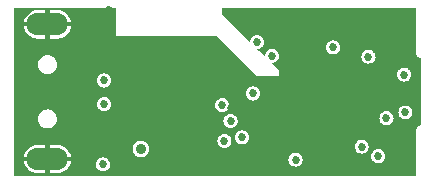
<source format=gbr>
%TF.GenerationSoftware,KiCad,Pcbnew,(6.0.7)*%
%TF.CreationDate,2023-03-08T16:51:48-08:00*%
%TF.ProjectId,ESP_SoC,4553505f-536f-4432-9e6b-696361645f70,rev?*%
%TF.SameCoordinates,Original*%
%TF.FileFunction,Copper,L2,Inr*%
%TF.FilePolarity,Positive*%
%FSLAX46Y46*%
G04 Gerber Fmt 4.6, Leading zero omitted, Abs format (unit mm)*
G04 Created by KiCad (PCBNEW (6.0.7)) date 2023-03-08 16:51:48*
%MOMM*%
%LPD*%
G01*
G04 APERTURE LIST*
%TA.AperFunction,ComponentPad*%
%ADD10O,3.500000X1.900000*%
%TD*%
%TA.AperFunction,ViaPad*%
%ADD11C,0.685800*%
%TD*%
%TA.AperFunction,ViaPad*%
%ADD12C,0.889000*%
%TD*%
G04 APERTURE END LIST*
D10*
%TO.N,GND*%
%TO.C,J1*%
X101600000Y-104450000D03*
X101600000Y-93050000D03*
%TD*%
D11*
%TO.N,+3V3*%
X125800000Y-95000000D03*
X118079000Y-102621000D03*
X116400000Y-99900000D03*
X119337156Y-94518432D03*
X122600000Y-104500000D03*
X116580000Y-102900000D03*
X119000000Y-98900000D03*
X120600000Y-95700000D03*
X117100000Y-101226500D03*
%TO.N,GND*%
X117700000Y-92800000D03*
X106800000Y-92700000D03*
X117178019Y-100133500D03*
X104700000Y-104500000D03*
D12*
X122750000Y-98500000D03*
D11*
X130400000Y-94500000D03*
X127400000Y-94500000D03*
X106800000Y-91800000D03*
X112800000Y-94500000D03*
D12*
X124000000Y-99750000D03*
D11*
X106800000Y-93600000D03*
X107800000Y-94500000D03*
D12*
X122750000Y-101000000D03*
D11*
X107700000Y-101100000D03*
X117400000Y-96100000D03*
X130400000Y-92300000D03*
X127400000Y-92300000D03*
X113000000Y-97800000D03*
X115300000Y-99900000D03*
D12*
X124000000Y-98500000D03*
D11*
X113800000Y-94500000D03*
X117000000Y-92100000D03*
X109800000Y-94500000D03*
X119875000Y-104499500D03*
X114800000Y-94500000D03*
D12*
X124000000Y-101000000D03*
D11*
X118800000Y-97400000D03*
X108800000Y-94500000D03*
D12*
X125250000Y-98500000D03*
D11*
X106800000Y-94500000D03*
D12*
X122750000Y-99750000D03*
X125250000Y-101000000D03*
D11*
X111800000Y-94500000D03*
X129750000Y-98750000D03*
X118400000Y-93500000D03*
D12*
X125250000Y-99750000D03*
D11*
X108800000Y-97800000D03*
X113000000Y-101100000D03*
X116700000Y-95400000D03*
X110800000Y-94500000D03*
X119875000Y-103000000D03*
X130700000Y-103800000D03*
%TO.N,+5V*%
X106300000Y-104900000D03*
%TO.N,USB_D-*%
X106400000Y-99800000D03*
X129600000Y-104200000D03*
%TO.N,USB_D+*%
X128200000Y-103400000D03*
X106400000Y-97800000D03*
%TO.N,Net-(P1-PadB5)*%
X130300000Y-101000000D03*
%TO.N,Net-(P1-PadA4)*%
X128775000Y-95775000D03*
X131800000Y-97300000D03*
D12*
X109500000Y-103600000D03*
D11*
X131900000Y-100500000D03*
%TD*%
%TA.AperFunction,Conductor*%
%TO.N,GND*%
G36*
X107425459Y-91655333D02*
G01*
X107430292Y-91667017D01*
X107427956Y-93940306D01*
X107427896Y-93998552D01*
X107431154Y-93998572D01*
X107431155Y-93998572D01*
X115943296Y-94049960D01*
X115954777Y-94054707D01*
X118560457Y-96622068D01*
X119350000Y-97400000D01*
X121200000Y-97400000D01*
X121200000Y-97300000D01*
X131201480Y-97300000D01*
X131201621Y-97301071D01*
X131214519Y-97399038D01*
X131221874Y-97454908D01*
X131281666Y-97599260D01*
X131282326Y-97600120D01*
X131282327Y-97600122D01*
X131364331Y-97706991D01*
X131376782Y-97723218D01*
X131377637Y-97723874D01*
X131499878Y-97817673D01*
X131499880Y-97817674D01*
X131500740Y-97818334D01*
X131645092Y-97878126D01*
X131646157Y-97878266D01*
X131646160Y-97878267D01*
X131798929Y-97898379D01*
X131800000Y-97898520D01*
X131801071Y-97898379D01*
X131953840Y-97878267D01*
X131953843Y-97878266D01*
X131954908Y-97878126D01*
X132099260Y-97818334D01*
X132100120Y-97817674D01*
X132100122Y-97817673D01*
X132222363Y-97723874D01*
X132223218Y-97723218D01*
X132235669Y-97706991D01*
X132317673Y-97600122D01*
X132317674Y-97600120D01*
X132318334Y-97599260D01*
X132378126Y-97454908D01*
X132385482Y-97399038D01*
X132398379Y-97301071D01*
X132398520Y-97300000D01*
X132392003Y-97250500D01*
X132378267Y-97146160D01*
X132378266Y-97146157D01*
X132378126Y-97145092D01*
X132318334Y-97000740D01*
X132283561Y-96955422D01*
X132223874Y-96877637D01*
X132223218Y-96876782D01*
X132128257Y-96803916D01*
X132100122Y-96782327D01*
X132100120Y-96782326D01*
X132099260Y-96781666D01*
X131954908Y-96721874D01*
X131953843Y-96721734D01*
X131953840Y-96721733D01*
X131801071Y-96701621D01*
X131800000Y-96701480D01*
X131798929Y-96701621D01*
X131646160Y-96721733D01*
X131646157Y-96721734D01*
X131645092Y-96721874D01*
X131500740Y-96781666D01*
X131499880Y-96782326D01*
X131499878Y-96782327D01*
X131471743Y-96803916D01*
X131376782Y-96876782D01*
X131376126Y-96877637D01*
X131316440Y-96955422D01*
X131281666Y-97000740D01*
X131221874Y-97145092D01*
X131221734Y-97146157D01*
X131221733Y-97146160D01*
X131207997Y-97250500D01*
X131201480Y-97300000D01*
X121200000Y-97300000D01*
X121200000Y-96949990D01*
X120559860Y-96323187D01*
X120554905Y-96311572D01*
X120559615Y-96299854D01*
X120571230Y-96294899D01*
X120573558Y-96295039D01*
X120598929Y-96298379D01*
X120600000Y-96298520D01*
X120601071Y-96298379D01*
X120753840Y-96278267D01*
X120753843Y-96278266D01*
X120754908Y-96278126D01*
X120899260Y-96218334D01*
X120900120Y-96217674D01*
X120900122Y-96217673D01*
X121022363Y-96123874D01*
X121023218Y-96123218D01*
X121118334Y-95999260D01*
X121137063Y-95954045D01*
X121177713Y-95855905D01*
X121178126Y-95854908D01*
X121180995Y-95833121D01*
X121188646Y-95775000D01*
X128176480Y-95775000D01*
X128176621Y-95776071D01*
X128196475Y-95926874D01*
X128196874Y-95929908D01*
X128256666Y-96074260D01*
X128257326Y-96075120D01*
X128257327Y-96075122D01*
X128294736Y-96123874D01*
X128351782Y-96198218D01*
X128352637Y-96198874D01*
X128474878Y-96292673D01*
X128474880Y-96292674D01*
X128475740Y-96293334D01*
X128620092Y-96353126D01*
X128621157Y-96353266D01*
X128621160Y-96353267D01*
X128773929Y-96373379D01*
X128775000Y-96373520D01*
X128776071Y-96373379D01*
X128928840Y-96353267D01*
X128928843Y-96353266D01*
X128929908Y-96353126D01*
X129074260Y-96293334D01*
X129075120Y-96292674D01*
X129075122Y-96292673D01*
X129197363Y-96198874D01*
X129198218Y-96198218D01*
X129255264Y-96123874D01*
X129292673Y-96075122D01*
X129292674Y-96075120D01*
X129293334Y-96074260D01*
X129353126Y-95929908D01*
X129353526Y-95926874D01*
X129373379Y-95776071D01*
X129373520Y-95775000D01*
X129369710Y-95746061D01*
X129353267Y-95621160D01*
X129353266Y-95621157D01*
X129353126Y-95620092D01*
X129313023Y-95523273D01*
X129293750Y-95476744D01*
X129293750Y-95476743D01*
X129293334Y-95475740D01*
X129273200Y-95449500D01*
X129198874Y-95352637D01*
X129198218Y-95351782D01*
X129129770Y-95299260D01*
X129075122Y-95257327D01*
X129075120Y-95257326D01*
X129074260Y-95256666D01*
X128929908Y-95196874D01*
X128928843Y-95196734D01*
X128928840Y-95196733D01*
X128776071Y-95176621D01*
X128775000Y-95176480D01*
X128773929Y-95176621D01*
X128621160Y-95196733D01*
X128621157Y-95196734D01*
X128620092Y-95196874D01*
X128475740Y-95256666D01*
X128474880Y-95257326D01*
X128474878Y-95257327D01*
X128420230Y-95299260D01*
X128351782Y-95351782D01*
X128351126Y-95352637D01*
X128276801Y-95449500D01*
X128256666Y-95475740D01*
X128256250Y-95476743D01*
X128256250Y-95476744D01*
X128236977Y-95523273D01*
X128196874Y-95620092D01*
X128196734Y-95621157D01*
X128196733Y-95621160D01*
X128180290Y-95746061D01*
X128176480Y-95775000D01*
X121188646Y-95775000D01*
X121198379Y-95701071D01*
X121198520Y-95700000D01*
X121194163Y-95666907D01*
X121178267Y-95546160D01*
X121178266Y-95546157D01*
X121178126Y-95545092D01*
X121138531Y-95449500D01*
X121118750Y-95401744D01*
X121118750Y-95401743D01*
X121118334Y-95400740D01*
X121100057Y-95376920D01*
X121023874Y-95277637D01*
X121023218Y-95276782D01*
X120918896Y-95196733D01*
X120900122Y-95182327D01*
X120900120Y-95182326D01*
X120899260Y-95181666D01*
X120832082Y-95153840D01*
X120755905Y-95122287D01*
X120754908Y-95121874D01*
X120753843Y-95121734D01*
X120753840Y-95121733D01*
X120601071Y-95101621D01*
X120600000Y-95101480D01*
X120598929Y-95101621D01*
X120446160Y-95121733D01*
X120446157Y-95121734D01*
X120445092Y-95121874D01*
X120444095Y-95122287D01*
X120367919Y-95153840D01*
X120300740Y-95181666D01*
X120299880Y-95182326D01*
X120299878Y-95182327D01*
X120281104Y-95196733D01*
X120176782Y-95276782D01*
X120176126Y-95277637D01*
X120099944Y-95376920D01*
X120081666Y-95400740D01*
X120081250Y-95401743D01*
X120081250Y-95401744D01*
X120061469Y-95449500D01*
X120021874Y-95545092D01*
X120021734Y-95546157D01*
X120021733Y-95546160D01*
X120005837Y-95666907D01*
X120001480Y-95700000D01*
X120001621Y-95701071D01*
X120006796Y-95740379D01*
X120003527Y-95752578D01*
X119992591Y-95758892D01*
X119980392Y-95755623D01*
X119978893Y-95754322D01*
X119513123Y-95298256D01*
X119353278Y-95141741D01*
X119348323Y-95130126D01*
X119353033Y-95118408D01*
X119362667Y-95113593D01*
X119416496Y-95106507D01*
X119490996Y-95096699D01*
X119490999Y-95096698D01*
X119492064Y-95096558D01*
X119636416Y-95036766D01*
X119637276Y-95036106D01*
X119637278Y-95036105D01*
X119684331Y-95000000D01*
X125201480Y-95000000D01*
X125201621Y-95001071D01*
X125220141Y-95141741D01*
X125221874Y-95154908D01*
X125222287Y-95155905D01*
X125272710Y-95277637D01*
X125281666Y-95299260D01*
X125376782Y-95423218D01*
X125377637Y-95423874D01*
X125499878Y-95517673D01*
X125499880Y-95517674D01*
X125500740Y-95518334D01*
X125501743Y-95518750D01*
X125501744Y-95518750D01*
X125615928Y-95566046D01*
X125645092Y-95578126D01*
X125646157Y-95578266D01*
X125646160Y-95578267D01*
X125798929Y-95598379D01*
X125800000Y-95598520D01*
X125801071Y-95598379D01*
X125953840Y-95578267D01*
X125953843Y-95578266D01*
X125954908Y-95578126D01*
X125984072Y-95566046D01*
X126098256Y-95518750D01*
X126098257Y-95518750D01*
X126099260Y-95518334D01*
X126100120Y-95517674D01*
X126100122Y-95517673D01*
X126222363Y-95423874D01*
X126223218Y-95423218D01*
X126318334Y-95299260D01*
X126327291Y-95277637D01*
X126377713Y-95155905D01*
X126378126Y-95154908D01*
X126379860Y-95141741D01*
X126398379Y-95001071D01*
X126398520Y-95000000D01*
X126398361Y-94998794D01*
X126378267Y-94846160D01*
X126378266Y-94846157D01*
X126378126Y-94845092D01*
X126318334Y-94700740D01*
X126298075Y-94674337D01*
X126223874Y-94577637D01*
X126223218Y-94576782D01*
X126179299Y-94543082D01*
X126100122Y-94482327D01*
X126100120Y-94482326D01*
X126099260Y-94481666D01*
X125954908Y-94421874D01*
X125953843Y-94421734D01*
X125953840Y-94421733D01*
X125801071Y-94401621D01*
X125800000Y-94401480D01*
X125798929Y-94401621D01*
X125646160Y-94421733D01*
X125646157Y-94421734D01*
X125645092Y-94421874D01*
X125500740Y-94481666D01*
X125499880Y-94482326D01*
X125499878Y-94482327D01*
X125420701Y-94543082D01*
X125376782Y-94576782D01*
X125376126Y-94577637D01*
X125301926Y-94674337D01*
X125281666Y-94700740D01*
X125221874Y-94845092D01*
X125221734Y-94846157D01*
X125221733Y-94846160D01*
X125201639Y-94998794D01*
X125201480Y-95000000D01*
X119684331Y-95000000D01*
X119759519Y-94942306D01*
X119760374Y-94941650D01*
X119833646Y-94846160D01*
X119854829Y-94818554D01*
X119854830Y-94818552D01*
X119855490Y-94817692D01*
X119915282Y-94673340D01*
X119928081Y-94576126D01*
X119935535Y-94519503D01*
X119935676Y-94518432D01*
X119930781Y-94481250D01*
X119915423Y-94364592D01*
X119915422Y-94364589D01*
X119915282Y-94363524D01*
X119867861Y-94249038D01*
X119855906Y-94220176D01*
X119855906Y-94220175D01*
X119855490Y-94219172D01*
X119760374Y-94095214D01*
X119701398Y-94049960D01*
X119637278Y-94000759D01*
X119637276Y-94000758D01*
X119636416Y-94000098D01*
X119624763Y-93995271D01*
X119505929Y-93946049D01*
X119492064Y-93940306D01*
X119490999Y-93940166D01*
X119490996Y-93940165D01*
X119338227Y-93920053D01*
X119337156Y-93919912D01*
X119336085Y-93920053D01*
X119183316Y-93940165D01*
X119183313Y-93940166D01*
X119182248Y-93940306D01*
X119168383Y-93946049D01*
X119049550Y-93995271D01*
X119037896Y-94000098D01*
X119037036Y-94000758D01*
X119037034Y-94000759D01*
X118972914Y-94049960D01*
X118913938Y-94095214D01*
X118818822Y-94219172D01*
X118818406Y-94220175D01*
X118818406Y-94220176D01*
X118806451Y-94249038D01*
X118759030Y-94363524D01*
X118758890Y-94364589D01*
X118758889Y-94364592D01*
X118740442Y-94504716D01*
X118734128Y-94515652D01*
X118721929Y-94518921D01*
X118712539Y-94514351D01*
X117037537Y-92874245D01*
X116404956Y-92254843D01*
X116400000Y-92243054D01*
X116400000Y-91667000D01*
X116404833Y-91655333D01*
X116416500Y-91650500D01*
X132783000Y-91650500D01*
X132794667Y-91655333D01*
X132799500Y-91667000D01*
X132799500Y-95373701D01*
X132799183Y-95376919D01*
X132794592Y-95400000D01*
X132794909Y-95401594D01*
X132797744Y-95415847D01*
X132797957Y-95417218D01*
X132801277Y-95446683D01*
X132809907Y-95523273D01*
X132810214Y-95524149D01*
X132810214Y-95524151D01*
X132850574Y-95639494D01*
X132850576Y-95639498D01*
X132850879Y-95640364D01*
X132851369Y-95641144D01*
X132851370Y-95641146D01*
X132899111Y-95717125D01*
X132916879Y-95745403D01*
X133004597Y-95833121D01*
X133005385Y-95833616D01*
X133108854Y-95898630D01*
X133108856Y-95898631D01*
X133109636Y-95899121D01*
X133188950Y-95926874D01*
X133198366Y-95935289D01*
X133200000Y-95942448D01*
X133200000Y-101557552D01*
X133195167Y-101569219D01*
X133188951Y-101573125D01*
X133109636Y-101600879D01*
X133108856Y-101601369D01*
X133108854Y-101601370D01*
X133073996Y-101623273D01*
X133004597Y-101666879D01*
X132916879Y-101754597D01*
X132916384Y-101755385D01*
X132856652Y-101850449D01*
X132850879Y-101859636D01*
X132850576Y-101860502D01*
X132850574Y-101860506D01*
X132825165Y-101933121D01*
X132809907Y-101976727D01*
X132809803Y-101977652D01*
X132797957Y-102082782D01*
X132797744Y-102084153D01*
X132794592Y-102100000D01*
X132794909Y-102101594D01*
X132799183Y-102123080D01*
X132799500Y-102126299D01*
X132799500Y-105833000D01*
X132794667Y-105844667D01*
X132783000Y-105849500D01*
X98817000Y-105849500D01*
X98805333Y-105844667D01*
X98800500Y-105833000D01*
X98800500Y-104627320D01*
X99612796Y-104627320D01*
X99635795Y-104761170D01*
X99636185Y-104762622D01*
X99711994Y-104968115D01*
X99712646Y-104969480D01*
X99824628Y-105157706D01*
X99825525Y-105158940D01*
X99969933Y-105323605D01*
X99971032Y-105324648D01*
X100143041Y-105460249D01*
X100144302Y-105461068D01*
X100338146Y-105563054D01*
X100339532Y-105563628D01*
X100548720Y-105628583D01*
X100550182Y-105628894D01*
X100728021Y-105649943D01*
X100728998Y-105650000D01*
X101421717Y-105650000D01*
X101424038Y-105649038D01*
X101425000Y-105646717D01*
X101775000Y-105646717D01*
X101775962Y-105649038D01*
X101778283Y-105650000D01*
X102455569Y-105650000D01*
X102456327Y-105649965D01*
X102618871Y-105635030D01*
X102620343Y-105634757D01*
X102831165Y-105575299D01*
X102832558Y-105574764D01*
X103029007Y-105477886D01*
X103030288Y-105477101D01*
X103205788Y-105346049D01*
X103206914Y-105345034D01*
X103355588Y-105184200D01*
X103356505Y-105183006D01*
X103473387Y-104997759D01*
X103474069Y-104996419D01*
X103512536Y-104900000D01*
X105701480Y-104900000D01*
X105701621Y-104901071D01*
X105717114Y-105018750D01*
X105721874Y-105054908D01*
X105722287Y-105055905D01*
X105739939Y-105098520D01*
X105781666Y-105199260D01*
X105876782Y-105323218D01*
X105877637Y-105323874D01*
X105999878Y-105417673D01*
X105999880Y-105417674D01*
X106000740Y-105418334D01*
X106145092Y-105478126D01*
X106146157Y-105478266D01*
X106146160Y-105478267D01*
X106298929Y-105498379D01*
X106300000Y-105498520D01*
X106301071Y-105498379D01*
X106453840Y-105478267D01*
X106453843Y-105478266D01*
X106454908Y-105478126D01*
X106599260Y-105418334D01*
X106600120Y-105417674D01*
X106600122Y-105417673D01*
X106722363Y-105323874D01*
X106723218Y-105323218D01*
X106818334Y-105199260D01*
X106860062Y-105098520D01*
X106877713Y-105055905D01*
X106878126Y-105054908D01*
X106882887Y-105018750D01*
X106898379Y-104901071D01*
X106898520Y-104900000D01*
X106885371Y-104800122D01*
X106878267Y-104746160D01*
X106878266Y-104746157D01*
X106878126Y-104745092D01*
X106828781Y-104625962D01*
X106818750Y-104601744D01*
X106818750Y-104601743D01*
X106818334Y-104600740D01*
X106741034Y-104500000D01*
X122001480Y-104500000D01*
X122001621Y-104501071D01*
X122018369Y-104628283D01*
X122021874Y-104654908D01*
X122081666Y-104799260D01*
X122176782Y-104923218D01*
X122177637Y-104923874D01*
X122299878Y-105017673D01*
X122299880Y-105017674D01*
X122300740Y-105018334D01*
X122445092Y-105078126D01*
X122446157Y-105078266D01*
X122446160Y-105078267D01*
X122598929Y-105098379D01*
X122600000Y-105098520D01*
X122601071Y-105098379D01*
X122753840Y-105078267D01*
X122753843Y-105078266D01*
X122754908Y-105078126D01*
X122899260Y-105018334D01*
X122900120Y-105017674D01*
X122900122Y-105017673D01*
X123022363Y-104923874D01*
X123023218Y-104923218D01*
X123118334Y-104799260D01*
X123178126Y-104654908D01*
X123181632Y-104628283D01*
X123198379Y-104501071D01*
X123198520Y-104500000D01*
X123182941Y-104381666D01*
X123178267Y-104346160D01*
X123178266Y-104346157D01*
X123178126Y-104345092D01*
X123160120Y-104301621D01*
X123118750Y-104201744D01*
X123118750Y-104201743D01*
X123118334Y-104200740D01*
X123117766Y-104200000D01*
X129001480Y-104200000D01*
X129001621Y-104201071D01*
X129020582Y-104345092D01*
X129021874Y-104354908D01*
X129022287Y-104355905D01*
X129072710Y-104477637D01*
X129081666Y-104499260D01*
X129082326Y-104500120D01*
X129082327Y-104500122D01*
X129158873Y-104599878D01*
X129176782Y-104623218D01*
X129183383Y-104628283D01*
X129299878Y-104717673D01*
X129299880Y-104717674D01*
X129300740Y-104718334D01*
X129301743Y-104718750D01*
X129301744Y-104718750D01*
X129404156Y-104761170D01*
X129445092Y-104778126D01*
X129446157Y-104778266D01*
X129446160Y-104778267D01*
X129598929Y-104798379D01*
X129600000Y-104798520D01*
X129601071Y-104798379D01*
X129753840Y-104778267D01*
X129753843Y-104778266D01*
X129754908Y-104778126D01*
X129795844Y-104761170D01*
X129898256Y-104718750D01*
X129898257Y-104718750D01*
X129899260Y-104718334D01*
X129900120Y-104717674D01*
X129900122Y-104717673D01*
X130016617Y-104628283D01*
X130023218Y-104623218D01*
X130041127Y-104599878D01*
X130117673Y-104500122D01*
X130117674Y-104500120D01*
X130118334Y-104499260D01*
X130127291Y-104477637D01*
X130177713Y-104355905D01*
X130178126Y-104354908D01*
X130179419Y-104345092D01*
X130198379Y-104201071D01*
X130198520Y-104200000D01*
X130190276Y-104137378D01*
X130178267Y-104046160D01*
X130178266Y-104046157D01*
X130178126Y-104045092D01*
X130125622Y-103918334D01*
X130118750Y-103901744D01*
X130118750Y-103901743D01*
X130118334Y-103900740D01*
X130058850Y-103823218D01*
X130023874Y-103777637D01*
X130023218Y-103776782D01*
X129945301Y-103716994D01*
X129900122Y-103682327D01*
X129900120Y-103682326D01*
X129899260Y-103681666D01*
X129754908Y-103621874D01*
X129753843Y-103621734D01*
X129753840Y-103621733D01*
X129601071Y-103601621D01*
X129600000Y-103601480D01*
X129598929Y-103601621D01*
X129446160Y-103621733D01*
X129446157Y-103621734D01*
X129445092Y-103621874D01*
X129300740Y-103681666D01*
X129299880Y-103682326D01*
X129299878Y-103682327D01*
X129254699Y-103716994D01*
X129176782Y-103776782D01*
X129176126Y-103777637D01*
X129141151Y-103823218D01*
X129081666Y-103900740D01*
X129081250Y-103901743D01*
X129081250Y-103901744D01*
X129074378Y-103918334D01*
X129021874Y-104045092D01*
X129021734Y-104046157D01*
X129021733Y-104046160D01*
X129009724Y-104137378D01*
X129001480Y-104200000D01*
X123117766Y-104200000D01*
X123116945Y-104198929D01*
X123023874Y-104077637D01*
X123023218Y-104076782D01*
X122996964Y-104056637D01*
X122900122Y-103982327D01*
X122900120Y-103982326D01*
X122899260Y-103981666D01*
X122754908Y-103921874D01*
X122753843Y-103921734D01*
X122753840Y-103921733D01*
X122601071Y-103901621D01*
X122600000Y-103901480D01*
X122598929Y-103901621D01*
X122446160Y-103921733D01*
X122446157Y-103921734D01*
X122445092Y-103921874D01*
X122300740Y-103981666D01*
X122299880Y-103982326D01*
X122299878Y-103982327D01*
X122203036Y-104056637D01*
X122176782Y-104076782D01*
X122176126Y-104077637D01*
X122083056Y-104198929D01*
X122081666Y-104200740D01*
X122081250Y-104201743D01*
X122081250Y-104201744D01*
X122039880Y-104301621D01*
X122021874Y-104345092D01*
X122021734Y-104346157D01*
X122021733Y-104346160D01*
X122017059Y-104381666D01*
X122001480Y-104500000D01*
X106741034Y-104500000D01*
X106723218Y-104476782D01*
X106706991Y-104464331D01*
X106600122Y-104382327D01*
X106600120Y-104382326D01*
X106599260Y-104381666D01*
X106532082Y-104353840D01*
X106455905Y-104322287D01*
X106454908Y-104321874D01*
X106453843Y-104321734D01*
X106453840Y-104321733D01*
X106301071Y-104301621D01*
X106300000Y-104301480D01*
X106298929Y-104301621D01*
X106146160Y-104321733D01*
X106146157Y-104321734D01*
X106145092Y-104321874D01*
X106144095Y-104322287D01*
X106067919Y-104353840D01*
X106000740Y-104381666D01*
X105999880Y-104382326D01*
X105999878Y-104382327D01*
X105893009Y-104464331D01*
X105876782Y-104476782D01*
X105781666Y-104600740D01*
X105781250Y-104601743D01*
X105781250Y-104601744D01*
X105771219Y-104625962D01*
X105721874Y-104745092D01*
X105721734Y-104746157D01*
X105721733Y-104746160D01*
X105714629Y-104800122D01*
X105701480Y-104900000D01*
X103512536Y-104900000D01*
X103555230Y-104792987D01*
X103555661Y-104791533D01*
X103588147Y-104628219D01*
X103587656Y-104625755D01*
X103586527Y-104625000D01*
X101778283Y-104625000D01*
X101775962Y-104625962D01*
X101775000Y-104628283D01*
X101775000Y-105646717D01*
X101425000Y-105646717D01*
X101425000Y-104628283D01*
X101424038Y-104625962D01*
X101421717Y-104625000D01*
X99615680Y-104625000D01*
X99613359Y-104625962D01*
X99612796Y-104627320D01*
X98800500Y-104627320D01*
X98800500Y-104271781D01*
X99611853Y-104271781D01*
X99612344Y-104274245D01*
X99613473Y-104275000D01*
X101421717Y-104275000D01*
X101424038Y-104274038D01*
X101425000Y-104271717D01*
X101775000Y-104271717D01*
X101775962Y-104274038D01*
X101778283Y-104275000D01*
X103584320Y-104275000D01*
X103586641Y-104274038D01*
X103587204Y-104272680D01*
X103564205Y-104138830D01*
X103563815Y-104137378D01*
X103488006Y-103931885D01*
X103487354Y-103930520D01*
X103375372Y-103742294D01*
X103374475Y-103741060D01*
X103244339Y-103592669D01*
X108799933Y-103592669D01*
X108800042Y-103593657D01*
X108800042Y-103593659D01*
X108800906Y-103601480D01*
X108818393Y-103759870D01*
X108876202Y-103917841D01*
X108970024Y-104057463D01*
X108970758Y-104058131D01*
X108970759Y-104058132D01*
X109032233Y-104114069D01*
X109094442Y-104170675D01*
X109242274Y-104250941D01*
X109243230Y-104251192D01*
X109243233Y-104251193D01*
X109404026Y-104293377D01*
X109404031Y-104293378D01*
X109404985Y-104293628D01*
X109405972Y-104293644D01*
X109405976Y-104293644D01*
X109495574Y-104295051D01*
X109573181Y-104296270D01*
X109680383Y-104271717D01*
X109736188Y-104258936D01*
X109736190Y-104258935D01*
X109737152Y-104258715D01*
X109738032Y-104258273D01*
X109738036Y-104258271D01*
X109886547Y-104183577D01*
X109886546Y-104183577D01*
X109887432Y-104183132D01*
X110015345Y-104073884D01*
X110113507Y-103937278D01*
X110176250Y-103781201D01*
X110179286Y-103759870D01*
X110199875Y-103615197D01*
X110199875Y-103615195D01*
X110199951Y-103614662D01*
X110200105Y-103600000D01*
X110179896Y-103433002D01*
X110120436Y-103275644D01*
X110081766Y-103219379D01*
X110025722Y-103137833D01*
X110025719Y-103137829D01*
X110025157Y-103137012D01*
X110019925Y-103132350D01*
X109900303Y-103025772D01*
X109900304Y-103025772D01*
X109899559Y-103025109D01*
X109890854Y-103020500D01*
X109751776Y-102946862D01*
X109751773Y-102946861D01*
X109750895Y-102946396D01*
X109749932Y-102946154D01*
X109749929Y-102946153D01*
X109588710Y-102905658D01*
X109588709Y-102905658D01*
X109587746Y-102905416D01*
X109497994Y-102904946D01*
X109420521Y-102904540D01*
X109420520Y-102904540D01*
X109419532Y-102904535D01*
X109418571Y-102904766D01*
X109418569Y-102904766D01*
X109415862Y-102905416D01*
X109255963Y-102943804D01*
X109106483Y-103020957D01*
X108979721Y-103131538D01*
X108882995Y-103269165D01*
X108882633Y-103270094D01*
X108823057Y-103422899D01*
X108821890Y-103425891D01*
X108799933Y-103592669D01*
X103244339Y-103592669D01*
X103230067Y-103576395D01*
X103228968Y-103575352D01*
X103056959Y-103439751D01*
X103055698Y-103438932D01*
X102861854Y-103336946D01*
X102860468Y-103336372D01*
X102651280Y-103271417D01*
X102649818Y-103271106D01*
X102471979Y-103250057D01*
X102471002Y-103250000D01*
X101778283Y-103250000D01*
X101775962Y-103250962D01*
X101775000Y-103253283D01*
X101775000Y-104271717D01*
X101425000Y-104271717D01*
X101425000Y-103253283D01*
X101424038Y-103250962D01*
X101421717Y-103250000D01*
X100744431Y-103250000D01*
X100743673Y-103250035D01*
X100581129Y-103264970D01*
X100579657Y-103265243D01*
X100368835Y-103324701D01*
X100367442Y-103325236D01*
X100170993Y-103422114D01*
X100169712Y-103422899D01*
X99994212Y-103553951D01*
X99993086Y-103554966D01*
X99844412Y-103715800D01*
X99843495Y-103716994D01*
X99726613Y-103902241D01*
X99725931Y-103903581D01*
X99644770Y-104107013D01*
X99644339Y-104108467D01*
X99611853Y-104271781D01*
X98800500Y-104271781D01*
X98800500Y-102900000D01*
X115981480Y-102900000D01*
X115981621Y-102901071D01*
X116000467Y-103044218D01*
X116001874Y-103054908D01*
X116061666Y-103199260D01*
X116062326Y-103200120D01*
X116062327Y-103200122D01*
X116144331Y-103306991D01*
X116156782Y-103323218D01*
X116157637Y-103323874D01*
X116279878Y-103417673D01*
X116279880Y-103417674D01*
X116280740Y-103418334D01*
X116281743Y-103418750D01*
X116281744Y-103418750D01*
X116316152Y-103433002D01*
X116425092Y-103478126D01*
X116426157Y-103478266D01*
X116426160Y-103478267D01*
X116578929Y-103498379D01*
X116580000Y-103498520D01*
X116581071Y-103498379D01*
X116733840Y-103478267D01*
X116733843Y-103478266D01*
X116734908Y-103478126D01*
X116843848Y-103433002D01*
X116878256Y-103418750D01*
X116878257Y-103418750D01*
X116879260Y-103418334D01*
X116880120Y-103417674D01*
X116880122Y-103417673D01*
X116903154Y-103400000D01*
X127601480Y-103400000D01*
X127621874Y-103554908D01*
X127681666Y-103699260D01*
X127682326Y-103700120D01*
X127682327Y-103700122D01*
X127743782Y-103780211D01*
X127776782Y-103823218D01*
X127777637Y-103823874D01*
X127899878Y-103917673D01*
X127899880Y-103917674D01*
X127900740Y-103918334D01*
X128045092Y-103978126D01*
X128046157Y-103978266D01*
X128046160Y-103978267D01*
X128198929Y-103998379D01*
X128200000Y-103998520D01*
X128201071Y-103998379D01*
X128353840Y-103978267D01*
X128353843Y-103978266D01*
X128354908Y-103978126D01*
X128499260Y-103918334D01*
X128500120Y-103917674D01*
X128500122Y-103917673D01*
X128622363Y-103823874D01*
X128623218Y-103823218D01*
X128656218Y-103780211D01*
X128717673Y-103700122D01*
X128717674Y-103700120D01*
X128718334Y-103699260D01*
X128778126Y-103554908D01*
X128798520Y-103400000D01*
X128788498Y-103323874D01*
X128778267Y-103246160D01*
X128778266Y-103246157D01*
X128778126Y-103245092D01*
X128718334Y-103100740D01*
X128682347Y-103053840D01*
X128623874Y-102977637D01*
X128623218Y-102976782D01*
X128583618Y-102946396D01*
X128500122Y-102882327D01*
X128500120Y-102882326D01*
X128499260Y-102881666D01*
X128354908Y-102821874D01*
X128353843Y-102821734D01*
X128353840Y-102821733D01*
X128201071Y-102801621D01*
X128200000Y-102801480D01*
X128198929Y-102801621D01*
X128046160Y-102821733D01*
X128046157Y-102821734D01*
X128045092Y-102821874D01*
X127900740Y-102881666D01*
X127899880Y-102882326D01*
X127899878Y-102882327D01*
X127816382Y-102946396D01*
X127776782Y-102976782D01*
X127776126Y-102977637D01*
X127717654Y-103053840D01*
X127681666Y-103100740D01*
X127621874Y-103245092D01*
X127621734Y-103246157D01*
X127621733Y-103246160D01*
X127611502Y-103323874D01*
X127601480Y-103400000D01*
X116903154Y-103400000D01*
X117002363Y-103323874D01*
X117003218Y-103323218D01*
X117015669Y-103306991D01*
X117097673Y-103200122D01*
X117097674Y-103200120D01*
X117098334Y-103199260D01*
X117158126Y-103054908D01*
X117159534Y-103044218D01*
X117178379Y-102901071D01*
X117178520Y-102900000D01*
X117165550Y-102801480D01*
X117158267Y-102746160D01*
X117158266Y-102746157D01*
X117158126Y-102745092D01*
X117106726Y-102621000D01*
X117480480Y-102621000D01*
X117480621Y-102622071D01*
X117496958Y-102746160D01*
X117500874Y-102775908D01*
X117501287Y-102776905D01*
X117554153Y-102904535D01*
X117560666Y-102920260D01*
X117561326Y-102921120D01*
X117561327Y-102921122D01*
X117581078Y-102946862D01*
X117655782Y-103044218D01*
X117656637Y-103044874D01*
X117778878Y-103138673D01*
X117778880Y-103138674D01*
X117779740Y-103139334D01*
X117924092Y-103199126D01*
X117925157Y-103199266D01*
X117925160Y-103199267D01*
X118077929Y-103219379D01*
X118079000Y-103219520D01*
X118080071Y-103219379D01*
X118232840Y-103199267D01*
X118232843Y-103199266D01*
X118233908Y-103199126D01*
X118378260Y-103139334D01*
X118379120Y-103138674D01*
X118379122Y-103138673D01*
X118501363Y-103044874D01*
X118502218Y-103044218D01*
X118576922Y-102946862D01*
X118596673Y-102921122D01*
X118596674Y-102921120D01*
X118597334Y-102920260D01*
X118603848Y-102904535D01*
X118656713Y-102776905D01*
X118657126Y-102775908D01*
X118661043Y-102746160D01*
X118677379Y-102622071D01*
X118677520Y-102621000D01*
X118658646Y-102477637D01*
X118657267Y-102467160D01*
X118657266Y-102467157D01*
X118657126Y-102466092D01*
X118597334Y-102321740D01*
X118581897Y-102301621D01*
X118502874Y-102198637D01*
X118502218Y-102197782D01*
X118485991Y-102185331D01*
X118379122Y-102103327D01*
X118379120Y-102103326D01*
X118378260Y-102102666D01*
X118367976Y-102098406D01*
X118234905Y-102043287D01*
X118233908Y-102042874D01*
X118232843Y-102042734D01*
X118232840Y-102042733D01*
X118080071Y-102022621D01*
X118079000Y-102022480D01*
X118077929Y-102022621D01*
X117925160Y-102042733D01*
X117925157Y-102042734D01*
X117924092Y-102042874D01*
X117923095Y-102043287D01*
X117790025Y-102098406D01*
X117779740Y-102102666D01*
X117778880Y-102103326D01*
X117778878Y-102103327D01*
X117672009Y-102185331D01*
X117655782Y-102197782D01*
X117655126Y-102198637D01*
X117576104Y-102301621D01*
X117560666Y-102321740D01*
X117500874Y-102466092D01*
X117500734Y-102467157D01*
X117500733Y-102467160D01*
X117499354Y-102477637D01*
X117480480Y-102621000D01*
X117106726Y-102621000D01*
X117098334Y-102600740D01*
X117003218Y-102476782D01*
X116986991Y-102464331D01*
X116880122Y-102382327D01*
X116880120Y-102382326D01*
X116879260Y-102381666D01*
X116734908Y-102321874D01*
X116733843Y-102321734D01*
X116733840Y-102321733D01*
X116581071Y-102301621D01*
X116580000Y-102301480D01*
X116578929Y-102301621D01*
X116426160Y-102321733D01*
X116426157Y-102321734D01*
X116425092Y-102321874D01*
X116280740Y-102381666D01*
X116279880Y-102382326D01*
X116279878Y-102382327D01*
X116173009Y-102464331D01*
X116156782Y-102476782D01*
X116061666Y-102600740D01*
X116001874Y-102745092D01*
X116001734Y-102746157D01*
X116001733Y-102746160D01*
X115994450Y-102801480D01*
X115981480Y-102900000D01*
X98800500Y-102900000D01*
X98800500Y-101044376D01*
X100794455Y-101044376D01*
X100813227Y-101222983D01*
X100813524Y-101223855D01*
X100867499Y-101382405D01*
X100871103Y-101392993D01*
X100965206Y-101545955D01*
X100965854Y-101546617D01*
X100965855Y-101546618D01*
X100978869Y-101559907D01*
X101090859Y-101674268D01*
X101173355Y-101727433D01*
X101216728Y-101755385D01*
X101241817Y-101771554D01*
X101317558Y-101799121D01*
X101409714Y-101832664D01*
X101409718Y-101832665D01*
X101410578Y-101832978D01*
X101549283Y-101850500D01*
X101645155Y-101850500D01*
X101645606Y-101850449D01*
X101645613Y-101850449D01*
X101732242Y-101840732D01*
X101778472Y-101835546D01*
X101868449Y-101804213D01*
X101947204Y-101776788D01*
X101947207Y-101776787D01*
X101948073Y-101776485D01*
X101984154Y-101753939D01*
X102099596Y-101681803D01*
X102099597Y-101681802D01*
X102100375Y-101681316D01*
X102106968Y-101674769D01*
X102227151Y-101555422D01*
X102227153Y-101555419D01*
X102227807Y-101554770D01*
X102324037Y-101403136D01*
X102384281Y-101233951D01*
X102385169Y-101226500D01*
X116501480Y-101226500D01*
X116501621Y-101227571D01*
X116511173Y-101300122D01*
X116521874Y-101381408D01*
X116581666Y-101525760D01*
X116582326Y-101526620D01*
X116582327Y-101526622D01*
X116639073Y-101600575D01*
X116676782Y-101649718D01*
X116677637Y-101650374D01*
X116799878Y-101744173D01*
X116799880Y-101744174D01*
X116800740Y-101744834D01*
X116801743Y-101745250D01*
X116801744Y-101745250D01*
X116864034Y-101771051D01*
X116945092Y-101804626D01*
X116946157Y-101804766D01*
X116946160Y-101804767D01*
X117098929Y-101824879D01*
X117100000Y-101825020D01*
X117101071Y-101824879D01*
X117253840Y-101804767D01*
X117253843Y-101804766D01*
X117254908Y-101804626D01*
X117335966Y-101771051D01*
X117398256Y-101745250D01*
X117398257Y-101745250D01*
X117399260Y-101744834D01*
X117400120Y-101744174D01*
X117400122Y-101744173D01*
X117522363Y-101650374D01*
X117523218Y-101649718D01*
X117560927Y-101600575D01*
X117617673Y-101526622D01*
X117617674Y-101526620D01*
X117618334Y-101525760D01*
X117678126Y-101381408D01*
X117688828Y-101300122D01*
X117698379Y-101227571D01*
X117698520Y-101226500D01*
X117679005Y-101078267D01*
X117678267Y-101072660D01*
X117678266Y-101072657D01*
X117678126Y-101071592D01*
X117648472Y-101000000D01*
X129701480Y-101000000D01*
X129721874Y-101154908D01*
X129722287Y-101155905D01*
X129750433Y-101223855D01*
X129781666Y-101299260D01*
X129876782Y-101423218D01*
X129877637Y-101423874D01*
X129999878Y-101517673D01*
X129999880Y-101517674D01*
X130000740Y-101518334D01*
X130001743Y-101518750D01*
X130001744Y-101518750D01*
X130101107Y-101559907D01*
X130145092Y-101578126D01*
X130146157Y-101578266D01*
X130146160Y-101578267D01*
X130298929Y-101598379D01*
X130300000Y-101598520D01*
X130301071Y-101598379D01*
X130453840Y-101578267D01*
X130453843Y-101578266D01*
X130454908Y-101578126D01*
X130498893Y-101559907D01*
X130598256Y-101518750D01*
X130598257Y-101518750D01*
X130599260Y-101518334D01*
X130600120Y-101517674D01*
X130600122Y-101517673D01*
X130722363Y-101423874D01*
X130723218Y-101423218D01*
X130818334Y-101299260D01*
X130849568Y-101223855D01*
X130877713Y-101155905D01*
X130878126Y-101154908D01*
X130898520Y-101000000D01*
X130888941Y-100927240D01*
X130878267Y-100846160D01*
X130878266Y-100846157D01*
X130878126Y-100845092D01*
X130820930Y-100707007D01*
X130818750Y-100701744D01*
X130818750Y-100701743D01*
X130818334Y-100700740D01*
X130814762Y-100696084D01*
X130723874Y-100577637D01*
X130723218Y-100576782D01*
X130694616Y-100554835D01*
X130623154Y-100500000D01*
X131301480Y-100500000D01*
X131301621Y-100501071D01*
X131321014Y-100648374D01*
X131321874Y-100654908D01*
X131322287Y-100655905D01*
X131343128Y-100706219D01*
X131381666Y-100799260D01*
X131382326Y-100800120D01*
X131382327Y-100800122D01*
X131432249Y-100865181D01*
X131476782Y-100923218D01*
X131477637Y-100923874D01*
X131599878Y-101017673D01*
X131599880Y-101017674D01*
X131600740Y-101018334D01*
X131601743Y-101018750D01*
X131601744Y-101018750D01*
X131665828Y-101045294D01*
X131745092Y-101078126D01*
X131746157Y-101078266D01*
X131746160Y-101078267D01*
X131898929Y-101098379D01*
X131900000Y-101098520D01*
X131901071Y-101098379D01*
X132053840Y-101078267D01*
X132053843Y-101078266D01*
X132054908Y-101078126D01*
X132134172Y-101045294D01*
X132198256Y-101018750D01*
X132198257Y-101018750D01*
X132199260Y-101018334D01*
X132200120Y-101017674D01*
X132200122Y-101017673D01*
X132322363Y-100923874D01*
X132323218Y-100923218D01*
X132367751Y-100865181D01*
X132417673Y-100800122D01*
X132417674Y-100800120D01*
X132418334Y-100799260D01*
X132456873Y-100706219D01*
X132477713Y-100655905D01*
X132478126Y-100654908D01*
X132478987Y-100648374D01*
X132498379Y-100501071D01*
X132498520Y-100500000D01*
X132495586Y-100477713D01*
X132478267Y-100346160D01*
X132478266Y-100346157D01*
X132478126Y-100345092D01*
X132427645Y-100223218D01*
X132418750Y-100201744D01*
X132418750Y-100201743D01*
X132418334Y-100200740D01*
X132417199Y-100199260D01*
X132323874Y-100077637D01*
X132323218Y-100076782D01*
X132306991Y-100064331D01*
X132200122Y-99982327D01*
X132200120Y-99982326D01*
X132199260Y-99981666D01*
X132132082Y-99953840D01*
X132055905Y-99922287D01*
X132054908Y-99921874D01*
X132053843Y-99921734D01*
X132053840Y-99921733D01*
X131901071Y-99901621D01*
X131900000Y-99901480D01*
X131898929Y-99901621D01*
X131746160Y-99921733D01*
X131746157Y-99921734D01*
X131745092Y-99921874D01*
X131744095Y-99922287D01*
X131667919Y-99953840D01*
X131600740Y-99981666D01*
X131599880Y-99982326D01*
X131599878Y-99982327D01*
X131493009Y-100064331D01*
X131476782Y-100076782D01*
X131476126Y-100077637D01*
X131382802Y-100199260D01*
X131381666Y-100200740D01*
X131381250Y-100201743D01*
X131381250Y-100201744D01*
X131372355Y-100223218D01*
X131321874Y-100345092D01*
X131321734Y-100346157D01*
X131321733Y-100346160D01*
X131304414Y-100477713D01*
X131301480Y-100500000D01*
X130623154Y-100500000D01*
X130600122Y-100482327D01*
X130600120Y-100482326D01*
X130599260Y-100481666D01*
X130454908Y-100421874D01*
X130453843Y-100421734D01*
X130453840Y-100421733D01*
X130301071Y-100401621D01*
X130300000Y-100401480D01*
X130298929Y-100401621D01*
X130146160Y-100421733D01*
X130146157Y-100421734D01*
X130145092Y-100421874D01*
X130000740Y-100481666D01*
X129999880Y-100482326D01*
X129999878Y-100482327D01*
X129905384Y-100554835D01*
X129876782Y-100576782D01*
X129876126Y-100577637D01*
X129785239Y-100696084D01*
X129781666Y-100700740D01*
X129781250Y-100701743D01*
X129781250Y-100701744D01*
X129779070Y-100707007D01*
X129721874Y-100845092D01*
X129721734Y-100846157D01*
X129721733Y-100846160D01*
X129711059Y-100927240D01*
X129701480Y-101000000D01*
X117648472Y-101000000D01*
X117618334Y-100927240D01*
X117615752Y-100923874D01*
X117523874Y-100804137D01*
X117523218Y-100803282D01*
X117506991Y-100790831D01*
X117400122Y-100708827D01*
X117400120Y-100708826D01*
X117399260Y-100708166D01*
X117394560Y-100706219D01*
X117255905Y-100648787D01*
X117254908Y-100648374D01*
X117253843Y-100648234D01*
X117253840Y-100648233D01*
X117101071Y-100628121D01*
X117100000Y-100627980D01*
X117098929Y-100628121D01*
X116946160Y-100648233D01*
X116946157Y-100648234D01*
X116945092Y-100648374D01*
X116944095Y-100648787D01*
X116805441Y-100706219D01*
X116800740Y-100708166D01*
X116799880Y-100708826D01*
X116799878Y-100708827D01*
X116693009Y-100790831D01*
X116676782Y-100803282D01*
X116676126Y-100804137D01*
X116584249Y-100923874D01*
X116581666Y-100927240D01*
X116521874Y-101071592D01*
X116521734Y-101072657D01*
X116521733Y-101072660D01*
X116520995Y-101078267D01*
X116501480Y-101226500D01*
X102385169Y-101226500D01*
X102405545Y-101055624D01*
X102386773Y-100877017D01*
X102360596Y-100800122D01*
X102329195Y-100707881D01*
X102329193Y-100707877D01*
X102328897Y-100707007D01*
X102234794Y-100554045D01*
X102109141Y-100425732D01*
X101985670Y-100346160D01*
X101958964Y-100328949D01*
X101958962Y-100328948D01*
X101958183Y-100328446D01*
X101882442Y-100300879D01*
X101790286Y-100267336D01*
X101790282Y-100267335D01*
X101789422Y-100267022D01*
X101650717Y-100249500D01*
X101554845Y-100249500D01*
X101554394Y-100249551D01*
X101554387Y-100249551D01*
X101467758Y-100259268D01*
X101421528Y-100264454D01*
X101347789Y-100290132D01*
X101252796Y-100323212D01*
X101252793Y-100323213D01*
X101251927Y-100323515D01*
X101251150Y-100324001D01*
X101251149Y-100324001D01*
X101132120Y-100398379D01*
X101099625Y-100418684D01*
X101098973Y-100419331D01*
X101098971Y-100419333D01*
X100972849Y-100544578D01*
X100972847Y-100544581D01*
X100972193Y-100545230D01*
X100875963Y-100696864D01*
X100815719Y-100866049D01*
X100794455Y-101044376D01*
X98800500Y-101044376D01*
X98800500Y-99800000D01*
X105801480Y-99800000D01*
X105801621Y-99801071D01*
X105814859Y-99901621D01*
X105821874Y-99954908D01*
X105822287Y-99955905D01*
X105872710Y-100077637D01*
X105881666Y-100099260D01*
X105976782Y-100223218D01*
X105977637Y-100223874D01*
X106099878Y-100317673D01*
X106099880Y-100317674D01*
X106100740Y-100318334D01*
X106101743Y-100318750D01*
X106101744Y-100318750D01*
X106215928Y-100366046D01*
X106245092Y-100378126D01*
X106246157Y-100378266D01*
X106246160Y-100378267D01*
X106398929Y-100398379D01*
X106400000Y-100398520D01*
X106401071Y-100398379D01*
X106553840Y-100378267D01*
X106553843Y-100378266D01*
X106554908Y-100378126D01*
X106584072Y-100366046D01*
X106698256Y-100318750D01*
X106698257Y-100318750D01*
X106699260Y-100318334D01*
X106700120Y-100317674D01*
X106700122Y-100317673D01*
X106822363Y-100223874D01*
X106823218Y-100223218D01*
X106918334Y-100099260D01*
X106927291Y-100077637D01*
X106977713Y-99955905D01*
X106978126Y-99954908D01*
X106985142Y-99901621D01*
X106985355Y-99900000D01*
X115801480Y-99900000D01*
X115801621Y-99901071D01*
X115812319Y-99982327D01*
X115821874Y-100054908D01*
X115881666Y-100199260D01*
X115882326Y-100200120D01*
X115882327Y-100200122D01*
X115920265Y-100249564D01*
X115976782Y-100323218D01*
X115983182Y-100328129D01*
X116099878Y-100417673D01*
X116099880Y-100417674D01*
X116100740Y-100418334D01*
X116101743Y-100418750D01*
X116101744Y-100418750D01*
X116120196Y-100426393D01*
X116245092Y-100478126D01*
X116246157Y-100478266D01*
X116246160Y-100478267D01*
X116398929Y-100498379D01*
X116400000Y-100498520D01*
X116401071Y-100498379D01*
X116553840Y-100478267D01*
X116553843Y-100478266D01*
X116554908Y-100478126D01*
X116679804Y-100426393D01*
X116698256Y-100418750D01*
X116698257Y-100418750D01*
X116699260Y-100418334D01*
X116700120Y-100417674D01*
X116700122Y-100417673D01*
X116816818Y-100328129D01*
X116823218Y-100323218D01*
X116879735Y-100249564D01*
X116917673Y-100200122D01*
X116917674Y-100200120D01*
X116918334Y-100199260D01*
X116978126Y-100054908D01*
X116987682Y-99982327D01*
X116998379Y-99901071D01*
X116998520Y-99900000D01*
X116978126Y-99745092D01*
X116918334Y-99600740D01*
X116823218Y-99476782D01*
X116747047Y-99418334D01*
X116700122Y-99382327D01*
X116700120Y-99382326D01*
X116699260Y-99381666D01*
X116554908Y-99321874D01*
X116553843Y-99321734D01*
X116553840Y-99321733D01*
X116401071Y-99301621D01*
X116400000Y-99301480D01*
X116398929Y-99301621D01*
X116246160Y-99321733D01*
X116246157Y-99321734D01*
X116245092Y-99321874D01*
X116100740Y-99381666D01*
X116099880Y-99382326D01*
X116099878Y-99382327D01*
X116052953Y-99418334D01*
X115976782Y-99476782D01*
X115881666Y-99600740D01*
X115821874Y-99745092D01*
X115801480Y-99900000D01*
X106985355Y-99900000D01*
X106998379Y-99801071D01*
X106998520Y-99800000D01*
X106978126Y-99645092D01*
X106918334Y-99500740D01*
X106916523Y-99498379D01*
X106823874Y-99377637D01*
X106823218Y-99376782D01*
X106752298Y-99322363D01*
X106700122Y-99282327D01*
X106700120Y-99282326D01*
X106699260Y-99281666D01*
X106554908Y-99221874D01*
X106553843Y-99221734D01*
X106553840Y-99221733D01*
X106401071Y-99201621D01*
X106400000Y-99201480D01*
X106398929Y-99201621D01*
X106246160Y-99221733D01*
X106246157Y-99221734D01*
X106245092Y-99221874D01*
X106100740Y-99281666D01*
X106099880Y-99282326D01*
X106099878Y-99282327D01*
X106047702Y-99322363D01*
X105976782Y-99376782D01*
X105976126Y-99377637D01*
X105883478Y-99498379D01*
X105881666Y-99500740D01*
X105821874Y-99645092D01*
X105801480Y-99800000D01*
X98800500Y-99800000D01*
X98800500Y-98900000D01*
X118401480Y-98900000D01*
X118421874Y-99054908D01*
X118481666Y-99199260D01*
X118482326Y-99200120D01*
X118482327Y-99200122D01*
X118498910Y-99221733D01*
X118576782Y-99323218D01*
X118577637Y-99323874D01*
X118699878Y-99417673D01*
X118699880Y-99417674D01*
X118700740Y-99418334D01*
X118845092Y-99478126D01*
X118846157Y-99478266D01*
X118846160Y-99478267D01*
X118998929Y-99498379D01*
X119000000Y-99498520D01*
X119001071Y-99498379D01*
X119153840Y-99478267D01*
X119153843Y-99478266D01*
X119154908Y-99478126D01*
X119299260Y-99418334D01*
X119300120Y-99417674D01*
X119300122Y-99417673D01*
X119422363Y-99323874D01*
X119423218Y-99323218D01*
X119501090Y-99221733D01*
X119517673Y-99200122D01*
X119517674Y-99200120D01*
X119518334Y-99199260D01*
X119578126Y-99054908D01*
X119598520Y-98900000D01*
X119578126Y-98745092D01*
X119518334Y-98600740D01*
X119423218Y-98476782D01*
X119321041Y-98398379D01*
X119300122Y-98382327D01*
X119300120Y-98382326D01*
X119299260Y-98381666D01*
X119154908Y-98321874D01*
X119153843Y-98321734D01*
X119153840Y-98321733D01*
X119001071Y-98301621D01*
X119000000Y-98301480D01*
X118998929Y-98301621D01*
X118846160Y-98321733D01*
X118846157Y-98321734D01*
X118845092Y-98321874D01*
X118700740Y-98381666D01*
X118699880Y-98382326D01*
X118699878Y-98382327D01*
X118678959Y-98398379D01*
X118576782Y-98476782D01*
X118481666Y-98600740D01*
X118421874Y-98745092D01*
X118401480Y-98900000D01*
X98800500Y-98900000D01*
X98800500Y-97800000D01*
X105801480Y-97800000D01*
X105821874Y-97954908D01*
X105881666Y-98099260D01*
X105976782Y-98223218D01*
X105977637Y-98223874D01*
X106099878Y-98317673D01*
X106099880Y-98317674D01*
X106100740Y-98318334D01*
X106245092Y-98378126D01*
X106246157Y-98378266D01*
X106246160Y-98378267D01*
X106398929Y-98398379D01*
X106400000Y-98398520D01*
X106401071Y-98398379D01*
X106553840Y-98378267D01*
X106553843Y-98378266D01*
X106554908Y-98378126D01*
X106699260Y-98318334D01*
X106700120Y-98317674D01*
X106700122Y-98317673D01*
X106822363Y-98223874D01*
X106823218Y-98223218D01*
X106918334Y-98099260D01*
X106978126Y-97954908D01*
X106998520Y-97800000D01*
X106988498Y-97723874D01*
X106978267Y-97646160D01*
X106978266Y-97646157D01*
X106978126Y-97645092D01*
X106918334Y-97500740D01*
X106882347Y-97453840D01*
X106823874Y-97377637D01*
X106823218Y-97376782D01*
X106806991Y-97364331D01*
X106700122Y-97282327D01*
X106700120Y-97282326D01*
X106699260Y-97281666D01*
X106623864Y-97250436D01*
X106555905Y-97222287D01*
X106554908Y-97221874D01*
X106553843Y-97221734D01*
X106553840Y-97221733D01*
X106401071Y-97201621D01*
X106400000Y-97201480D01*
X106398929Y-97201621D01*
X106246160Y-97221733D01*
X106246157Y-97221734D01*
X106245092Y-97221874D01*
X106244095Y-97222287D01*
X106176137Y-97250436D01*
X106100740Y-97281666D01*
X106099880Y-97282326D01*
X106099878Y-97282327D01*
X105993009Y-97364331D01*
X105976782Y-97376782D01*
X105976126Y-97377637D01*
X105917654Y-97453840D01*
X105881666Y-97500740D01*
X105821874Y-97645092D01*
X105821734Y-97646157D01*
X105821733Y-97646160D01*
X105811502Y-97723874D01*
X105801480Y-97800000D01*
X98800500Y-97800000D01*
X98800500Y-96444376D01*
X100794455Y-96444376D01*
X100813227Y-96622983D01*
X100813524Y-96623855D01*
X100839998Y-96701621D01*
X100871103Y-96792993D01*
X100965206Y-96945955D01*
X100965854Y-96946617D01*
X100965855Y-96946618D01*
X100969157Y-96949990D01*
X101090859Y-97074268D01*
X101241817Y-97171554D01*
X101317558Y-97199121D01*
X101409714Y-97232664D01*
X101409718Y-97232665D01*
X101410578Y-97232978D01*
X101549283Y-97250500D01*
X101645155Y-97250500D01*
X101645606Y-97250449D01*
X101645613Y-97250449D01*
X101732242Y-97240732D01*
X101778472Y-97235546D01*
X101876297Y-97201480D01*
X101947204Y-97176788D01*
X101947207Y-97176787D01*
X101948073Y-97176485D01*
X101996603Y-97146160D01*
X102099596Y-97081803D01*
X102099597Y-97081802D01*
X102100375Y-97081316D01*
X102106968Y-97074769D01*
X102227151Y-96955422D01*
X102227153Y-96955419D01*
X102227807Y-96954770D01*
X102324037Y-96803136D01*
X102384281Y-96633951D01*
X102405545Y-96455624D01*
X102386773Y-96277017D01*
X102359657Y-96197363D01*
X102329195Y-96107881D01*
X102329193Y-96107877D01*
X102328897Y-96107007D01*
X102234794Y-95954045D01*
X102231323Y-95950500D01*
X102136666Y-95853840D01*
X102109141Y-95825732D01*
X102005426Y-95758892D01*
X101958964Y-95728949D01*
X101958962Y-95728948D01*
X101958183Y-95728446D01*
X101877086Y-95698929D01*
X101790286Y-95667336D01*
X101790282Y-95667335D01*
X101789422Y-95667022D01*
X101650717Y-95649500D01*
X101554845Y-95649500D01*
X101554394Y-95649551D01*
X101554387Y-95649551D01*
X101467758Y-95659268D01*
X101421528Y-95664454D01*
X101347789Y-95690132D01*
X101252796Y-95723212D01*
X101252793Y-95723213D01*
X101251927Y-95723515D01*
X101251150Y-95724001D01*
X101251149Y-95724001D01*
X101200544Y-95755623D01*
X101099625Y-95818684D01*
X101098973Y-95819331D01*
X101098971Y-95819333D01*
X100972849Y-95944578D01*
X100972847Y-95944581D01*
X100972193Y-95945230D01*
X100875963Y-96096864D01*
X100875654Y-96097732D01*
X100832710Y-96218334D01*
X100815719Y-96266049D01*
X100794455Y-96444376D01*
X98800500Y-96444376D01*
X98800500Y-93227320D01*
X99612796Y-93227320D01*
X99635795Y-93361170D01*
X99636185Y-93362622D01*
X99711994Y-93568115D01*
X99712646Y-93569480D01*
X99824628Y-93757706D01*
X99825525Y-93758940D01*
X99969933Y-93923605D01*
X99971032Y-93924648D01*
X100143041Y-94060249D01*
X100144302Y-94061068D01*
X100338146Y-94163054D01*
X100339532Y-94163628D01*
X100548720Y-94228583D01*
X100550182Y-94228894D01*
X100728021Y-94249943D01*
X100728998Y-94250000D01*
X101421717Y-94250000D01*
X101424038Y-94249038D01*
X101425000Y-94246717D01*
X101775000Y-94246717D01*
X101775962Y-94249038D01*
X101778283Y-94250000D01*
X102455569Y-94250000D01*
X102456327Y-94249965D01*
X102618871Y-94235030D01*
X102620343Y-94234757D01*
X102831165Y-94175299D01*
X102832558Y-94174764D01*
X103029007Y-94077886D01*
X103030288Y-94077101D01*
X103205788Y-93946049D01*
X103206914Y-93945034D01*
X103355588Y-93784200D01*
X103356505Y-93783006D01*
X103473387Y-93597759D01*
X103474069Y-93596419D01*
X103555230Y-93392987D01*
X103555661Y-93391533D01*
X103588147Y-93228219D01*
X103587656Y-93225755D01*
X103586527Y-93225000D01*
X101778283Y-93225000D01*
X101775962Y-93225962D01*
X101775000Y-93228283D01*
X101775000Y-94246717D01*
X101425000Y-94246717D01*
X101425000Y-93228283D01*
X101424038Y-93225962D01*
X101421717Y-93225000D01*
X99615680Y-93225000D01*
X99613359Y-93225962D01*
X99612796Y-93227320D01*
X98800500Y-93227320D01*
X98800500Y-92871781D01*
X99611853Y-92871781D01*
X99612344Y-92874245D01*
X99613473Y-92875000D01*
X101421717Y-92875000D01*
X101424038Y-92874038D01*
X101425000Y-92871717D01*
X101775000Y-92871717D01*
X101775962Y-92874038D01*
X101778283Y-92875000D01*
X103584320Y-92875000D01*
X103586641Y-92874038D01*
X103587204Y-92872680D01*
X103564205Y-92738830D01*
X103563815Y-92737378D01*
X103488006Y-92531885D01*
X103487354Y-92530520D01*
X103375372Y-92342294D01*
X103374475Y-92341060D01*
X103230067Y-92176395D01*
X103228968Y-92175352D01*
X103056959Y-92039751D01*
X103055698Y-92038932D01*
X102861854Y-91936946D01*
X102860468Y-91936372D01*
X102651280Y-91871417D01*
X102649818Y-91871106D01*
X102471979Y-91850057D01*
X102471002Y-91850000D01*
X101778283Y-91850000D01*
X101775962Y-91850962D01*
X101775000Y-91853283D01*
X101775000Y-92871717D01*
X101425000Y-92871717D01*
X101425000Y-91853283D01*
X101424038Y-91850962D01*
X101421717Y-91850000D01*
X100744431Y-91850000D01*
X100743673Y-91850035D01*
X100581129Y-91864970D01*
X100579657Y-91865243D01*
X100368835Y-91924701D01*
X100367442Y-91925236D01*
X100170993Y-92022114D01*
X100169712Y-92022899D01*
X99994212Y-92153951D01*
X99993086Y-92154966D01*
X99844412Y-92315800D01*
X99843495Y-92316994D01*
X99726613Y-92502241D01*
X99725931Y-92503581D01*
X99644770Y-92707013D01*
X99644339Y-92708467D01*
X99611853Y-92871781D01*
X98800500Y-92871781D01*
X98800500Y-91667000D01*
X98805333Y-91655333D01*
X98817000Y-91650500D01*
X107413792Y-91650500D01*
X107425459Y-91655333D01*
G37*
%TD.AperFunction*%
%TD*%
M02*

</source>
